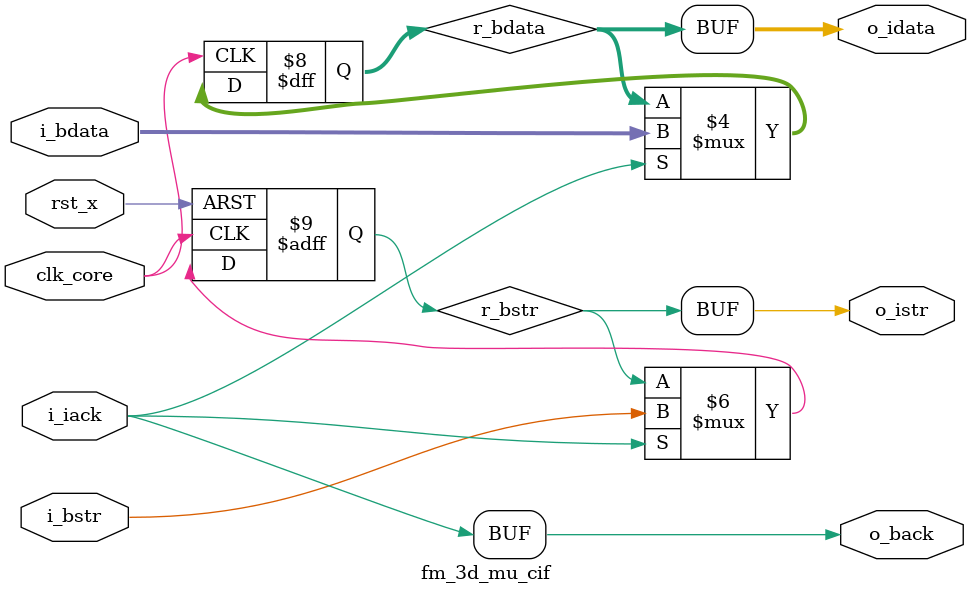
<source format=v>

module fm_3d_mu_cif (
  clk_core,
  rst_x,
  // bus side port
  i_bstr,
  i_bdata,
  o_back,
  // internal port
  o_istr,
  o_idata,
  i_iack
);
parameter P_WIDTH = 30;

////////////////////////////
// I/O definitions
////////////////////////////
input         i_bstr;         // input strobe
input  [P_WIDTH-1:0]
              i_bdata;        // input data
output        o_back;         // output acknowledge

output        o_istr;         // output strobe
output [P_WIDTH-1:0]
              o_idata;        // output data
input         i_iack;         // input acknowledge

input         clk_core;            // system clock
input         rst_x;          // system reset

/////////////////////////
//  register definition
/////////////////////////
// input register
reg           r_bstr;
reg    [P_WIDTH-1:0]
              r_bdata;

/////////////////////////
//  wire definition
/////////////////////////
/////////////////////////
//  assign statement
/////////////////////////
assign o_istr = r_bstr;
assign o_idata = r_bdata;
assign o_back = i_iack;
/////////////////////////
//  always statement
/////////////////////////
always @(posedge clk_core or negedge rst_x) begin
  if (~rst_x) begin
    r_bstr <= 1'b0;
  end else begin
    if (i_iack) r_bstr <= i_bstr;
  end
end

always @(posedge clk_core) begin
  if (i_iack) r_bdata <= i_bdata;
end


endmodule



</source>
